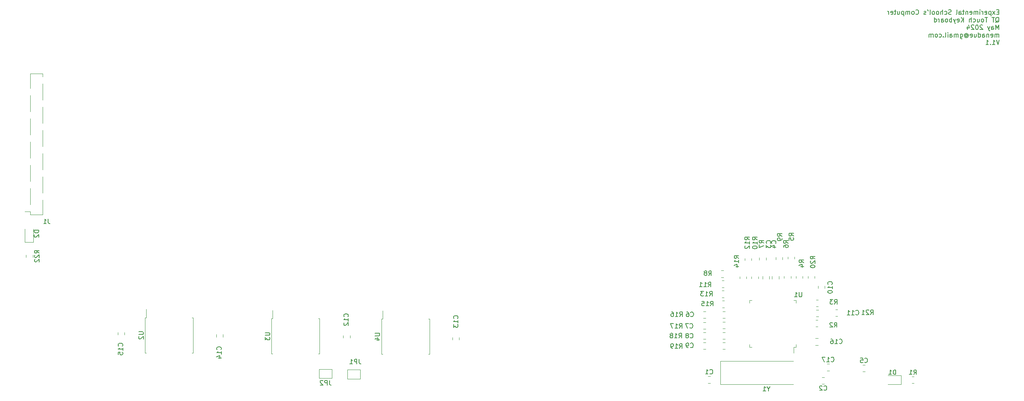
<source format=gbr>
G04 #@! TF.GenerationSoftware,KiCad,Pcbnew,5.1.5+dfsg1-2build2*
G04 #@! TF.CreationDate,2024-05-29T20:18:21+01:00*
G04 #@! TF.ProjectId,qt_touch1,71745f74-6f75-4636-9831-2e6b69636164,rev?*
G04 #@! TF.SameCoordinates,Original*
G04 #@! TF.FileFunction,Legend,Bot*
G04 #@! TF.FilePolarity,Positive*
%FSLAX46Y46*%
G04 Gerber Fmt 4.6, Leading zero omitted, Abs format (unit mm)*
G04 Created by KiCad (PCBNEW 5.1.5+dfsg1-2build2) date 2024-05-29 20:18:21*
%MOMM*%
%LPD*%
G04 APERTURE LIST*
%ADD10C,0.150000*%
%ADD11C,0.120000*%
G04 APERTURE END LIST*
D10*
X244739404Y-59853571D02*
X244406071Y-59853571D01*
X244263214Y-60377380D02*
X244739404Y-60377380D01*
X244739404Y-59377380D01*
X244263214Y-59377380D01*
X243929880Y-60377380D02*
X243406071Y-59710714D01*
X243929880Y-59710714D02*
X243406071Y-60377380D01*
X243025119Y-59710714D02*
X243025119Y-60710714D01*
X243025119Y-59758333D02*
X242929880Y-59710714D01*
X242739404Y-59710714D01*
X242644166Y-59758333D01*
X242596547Y-59805952D01*
X242548928Y-59901190D01*
X242548928Y-60186904D01*
X242596547Y-60282142D01*
X242644166Y-60329761D01*
X242739404Y-60377380D01*
X242929880Y-60377380D01*
X243025119Y-60329761D01*
X241739404Y-60329761D02*
X241834642Y-60377380D01*
X242025119Y-60377380D01*
X242120357Y-60329761D01*
X242167976Y-60234523D01*
X242167976Y-59853571D01*
X242120357Y-59758333D01*
X242025119Y-59710714D01*
X241834642Y-59710714D01*
X241739404Y-59758333D01*
X241691785Y-59853571D01*
X241691785Y-59948809D01*
X242167976Y-60044047D01*
X241263214Y-60377380D02*
X241263214Y-59710714D01*
X241263214Y-59901190D02*
X241215595Y-59805952D01*
X241167976Y-59758333D01*
X241072738Y-59710714D01*
X240977500Y-59710714D01*
X240644166Y-60377380D02*
X240644166Y-59710714D01*
X240644166Y-59377380D02*
X240691785Y-59425000D01*
X240644166Y-59472619D01*
X240596547Y-59425000D01*
X240644166Y-59377380D01*
X240644166Y-59472619D01*
X240167976Y-60377380D02*
X240167976Y-59710714D01*
X240167976Y-59805952D02*
X240120357Y-59758333D01*
X240025119Y-59710714D01*
X239882261Y-59710714D01*
X239787023Y-59758333D01*
X239739404Y-59853571D01*
X239739404Y-60377380D01*
X239739404Y-59853571D02*
X239691785Y-59758333D01*
X239596547Y-59710714D01*
X239453690Y-59710714D01*
X239358452Y-59758333D01*
X239310833Y-59853571D01*
X239310833Y-60377380D01*
X238453690Y-60329761D02*
X238548928Y-60377380D01*
X238739404Y-60377380D01*
X238834642Y-60329761D01*
X238882261Y-60234523D01*
X238882261Y-59853571D01*
X238834642Y-59758333D01*
X238739404Y-59710714D01*
X238548928Y-59710714D01*
X238453690Y-59758333D01*
X238406071Y-59853571D01*
X238406071Y-59948809D01*
X238882261Y-60044047D01*
X237977500Y-59710714D02*
X237977500Y-60377380D01*
X237977500Y-59805952D02*
X237929880Y-59758333D01*
X237834642Y-59710714D01*
X237691785Y-59710714D01*
X237596547Y-59758333D01*
X237548928Y-59853571D01*
X237548928Y-60377380D01*
X237215595Y-59710714D02*
X236834642Y-59710714D01*
X237072738Y-59377380D02*
X237072738Y-60234523D01*
X237025119Y-60329761D01*
X236929880Y-60377380D01*
X236834642Y-60377380D01*
X236072738Y-60377380D02*
X236072738Y-59853571D01*
X236120357Y-59758333D01*
X236215595Y-59710714D01*
X236406071Y-59710714D01*
X236501309Y-59758333D01*
X236072738Y-60329761D02*
X236167976Y-60377380D01*
X236406071Y-60377380D01*
X236501309Y-60329761D01*
X236548928Y-60234523D01*
X236548928Y-60139285D01*
X236501309Y-60044047D01*
X236406071Y-59996428D01*
X236167976Y-59996428D01*
X236072738Y-59948809D01*
X235453690Y-60377380D02*
X235548928Y-60329761D01*
X235596547Y-60234523D01*
X235596547Y-59377380D01*
X234358452Y-60329761D02*
X234215595Y-60377380D01*
X233977500Y-60377380D01*
X233882261Y-60329761D01*
X233834642Y-60282142D01*
X233787023Y-60186904D01*
X233787023Y-60091666D01*
X233834642Y-59996428D01*
X233882261Y-59948809D01*
X233977500Y-59901190D01*
X234167976Y-59853571D01*
X234263214Y-59805952D01*
X234310833Y-59758333D01*
X234358452Y-59663095D01*
X234358452Y-59567857D01*
X234310833Y-59472619D01*
X234263214Y-59425000D01*
X234167976Y-59377380D01*
X233929880Y-59377380D01*
X233787023Y-59425000D01*
X232929880Y-60329761D02*
X233025119Y-60377380D01*
X233215595Y-60377380D01*
X233310833Y-60329761D01*
X233358452Y-60282142D01*
X233406071Y-60186904D01*
X233406071Y-59901190D01*
X233358452Y-59805952D01*
X233310833Y-59758333D01*
X233215595Y-59710714D01*
X233025119Y-59710714D01*
X232929880Y-59758333D01*
X232501309Y-60377380D02*
X232501309Y-59377380D01*
X232072738Y-60377380D02*
X232072738Y-59853571D01*
X232120357Y-59758333D01*
X232215595Y-59710714D01*
X232358452Y-59710714D01*
X232453690Y-59758333D01*
X232501309Y-59805952D01*
X231453690Y-60377380D02*
X231548928Y-60329761D01*
X231596547Y-60282142D01*
X231644166Y-60186904D01*
X231644166Y-59901190D01*
X231596547Y-59805952D01*
X231548928Y-59758333D01*
X231453690Y-59710714D01*
X231310833Y-59710714D01*
X231215595Y-59758333D01*
X231167976Y-59805952D01*
X231120357Y-59901190D01*
X231120357Y-60186904D01*
X231167976Y-60282142D01*
X231215595Y-60329761D01*
X231310833Y-60377380D01*
X231453690Y-60377380D01*
X230548928Y-60377380D02*
X230644166Y-60329761D01*
X230691785Y-60282142D01*
X230739404Y-60186904D01*
X230739404Y-59901190D01*
X230691785Y-59805952D01*
X230644166Y-59758333D01*
X230548928Y-59710714D01*
X230406071Y-59710714D01*
X230310833Y-59758333D01*
X230263214Y-59805952D01*
X230215595Y-59901190D01*
X230215595Y-60186904D01*
X230263214Y-60282142D01*
X230310833Y-60329761D01*
X230406071Y-60377380D01*
X230548928Y-60377380D01*
X229644166Y-60377380D02*
X229739404Y-60329761D01*
X229787023Y-60234523D01*
X229787023Y-59377380D01*
X229215595Y-59377380D02*
X229310833Y-59567857D01*
X228834642Y-60329761D02*
X228739404Y-60377380D01*
X228548928Y-60377380D01*
X228453690Y-60329761D01*
X228406071Y-60234523D01*
X228406071Y-60186904D01*
X228453690Y-60091666D01*
X228548928Y-60044047D01*
X228691785Y-60044047D01*
X228787023Y-59996428D01*
X228834642Y-59901190D01*
X228834642Y-59853571D01*
X228787023Y-59758333D01*
X228691785Y-59710714D01*
X228548928Y-59710714D01*
X228453690Y-59758333D01*
X226644166Y-60282142D02*
X226691785Y-60329761D01*
X226834642Y-60377380D01*
X226929880Y-60377380D01*
X227072738Y-60329761D01*
X227167976Y-60234523D01*
X227215595Y-60139285D01*
X227263214Y-59948809D01*
X227263214Y-59805952D01*
X227215595Y-59615476D01*
X227167976Y-59520238D01*
X227072738Y-59425000D01*
X226929880Y-59377380D01*
X226834642Y-59377380D01*
X226691785Y-59425000D01*
X226644166Y-59472619D01*
X226072738Y-60377380D02*
X226167976Y-60329761D01*
X226215595Y-60282142D01*
X226263214Y-60186904D01*
X226263214Y-59901190D01*
X226215595Y-59805952D01*
X226167976Y-59758333D01*
X226072738Y-59710714D01*
X225929880Y-59710714D01*
X225834642Y-59758333D01*
X225787023Y-59805952D01*
X225739404Y-59901190D01*
X225739404Y-60186904D01*
X225787023Y-60282142D01*
X225834642Y-60329761D01*
X225929880Y-60377380D01*
X226072738Y-60377380D01*
X225310833Y-60377380D02*
X225310833Y-59710714D01*
X225310833Y-59805952D02*
X225263214Y-59758333D01*
X225167976Y-59710714D01*
X225025119Y-59710714D01*
X224929880Y-59758333D01*
X224882261Y-59853571D01*
X224882261Y-60377380D01*
X224882261Y-59853571D02*
X224834642Y-59758333D01*
X224739404Y-59710714D01*
X224596547Y-59710714D01*
X224501309Y-59758333D01*
X224453690Y-59853571D01*
X224453690Y-60377380D01*
X223977500Y-59710714D02*
X223977500Y-60710714D01*
X223977500Y-59758333D02*
X223882261Y-59710714D01*
X223691785Y-59710714D01*
X223596547Y-59758333D01*
X223548928Y-59805952D01*
X223501309Y-59901190D01*
X223501309Y-60186904D01*
X223548928Y-60282142D01*
X223596547Y-60329761D01*
X223691785Y-60377380D01*
X223882261Y-60377380D01*
X223977500Y-60329761D01*
X222644166Y-59710714D02*
X222644166Y-60377380D01*
X223072738Y-59710714D02*
X223072738Y-60234523D01*
X223025119Y-60329761D01*
X222929880Y-60377380D01*
X222787023Y-60377380D01*
X222691785Y-60329761D01*
X222644166Y-60282142D01*
X222310833Y-59710714D02*
X221929880Y-59710714D01*
X222167976Y-59377380D02*
X222167976Y-60234523D01*
X222120357Y-60329761D01*
X222025119Y-60377380D01*
X221929880Y-60377380D01*
X221215595Y-60329761D02*
X221310833Y-60377380D01*
X221501309Y-60377380D01*
X221596547Y-60329761D01*
X221644166Y-60234523D01*
X221644166Y-59853571D01*
X221596547Y-59758333D01*
X221501309Y-59710714D01*
X221310833Y-59710714D01*
X221215595Y-59758333D01*
X221167976Y-59853571D01*
X221167976Y-59948809D01*
X221644166Y-60044047D01*
X220739404Y-60377380D02*
X220739404Y-59710714D01*
X220739404Y-59901190D02*
X220691785Y-59805952D01*
X220644166Y-59758333D01*
X220548928Y-59710714D01*
X220453690Y-59710714D01*
X244072738Y-62122619D02*
X244167976Y-62075000D01*
X244263214Y-61979761D01*
X244406071Y-61836904D01*
X244501309Y-61789285D01*
X244596547Y-61789285D01*
X244548928Y-62027380D02*
X244644166Y-61979761D01*
X244739404Y-61884523D01*
X244787023Y-61694047D01*
X244787023Y-61360714D01*
X244739404Y-61170238D01*
X244644166Y-61075000D01*
X244548928Y-61027380D01*
X244358452Y-61027380D01*
X244263214Y-61075000D01*
X244167976Y-61170238D01*
X244120357Y-61360714D01*
X244120357Y-61694047D01*
X244167976Y-61884523D01*
X244263214Y-61979761D01*
X244358452Y-62027380D01*
X244548928Y-62027380D01*
X243834642Y-61027380D02*
X243263214Y-61027380D01*
X243548928Y-62027380D02*
X243548928Y-61027380D01*
X242310833Y-61027380D02*
X241739404Y-61027380D01*
X242025119Y-62027380D02*
X242025119Y-61027380D01*
X241263214Y-62027380D02*
X241358452Y-61979761D01*
X241406071Y-61932142D01*
X241453690Y-61836904D01*
X241453690Y-61551190D01*
X241406071Y-61455952D01*
X241358452Y-61408333D01*
X241263214Y-61360714D01*
X241120357Y-61360714D01*
X241025119Y-61408333D01*
X240977500Y-61455952D01*
X240929880Y-61551190D01*
X240929880Y-61836904D01*
X240977500Y-61932142D01*
X241025119Y-61979761D01*
X241120357Y-62027380D01*
X241263214Y-62027380D01*
X240072738Y-61360714D02*
X240072738Y-62027380D01*
X240501309Y-61360714D02*
X240501309Y-61884523D01*
X240453690Y-61979761D01*
X240358452Y-62027380D01*
X240215595Y-62027380D01*
X240120357Y-61979761D01*
X240072738Y-61932142D01*
X239167976Y-61979761D02*
X239263214Y-62027380D01*
X239453690Y-62027380D01*
X239548928Y-61979761D01*
X239596547Y-61932142D01*
X239644166Y-61836904D01*
X239644166Y-61551190D01*
X239596547Y-61455952D01*
X239548928Y-61408333D01*
X239453690Y-61360714D01*
X239263214Y-61360714D01*
X239167976Y-61408333D01*
X238739404Y-62027380D02*
X238739404Y-61027380D01*
X238310833Y-62027380D02*
X238310833Y-61503571D01*
X238358452Y-61408333D01*
X238453690Y-61360714D01*
X238596547Y-61360714D01*
X238691785Y-61408333D01*
X238739404Y-61455952D01*
X237072738Y-62027380D02*
X237072738Y-61027380D01*
X236501309Y-62027380D02*
X236929880Y-61455952D01*
X236501309Y-61027380D02*
X237072738Y-61598809D01*
X235691785Y-61979761D02*
X235787023Y-62027380D01*
X235977500Y-62027380D01*
X236072738Y-61979761D01*
X236120357Y-61884523D01*
X236120357Y-61503571D01*
X236072738Y-61408333D01*
X235977500Y-61360714D01*
X235787023Y-61360714D01*
X235691785Y-61408333D01*
X235644166Y-61503571D01*
X235644166Y-61598809D01*
X236120357Y-61694047D01*
X235310833Y-61360714D02*
X235072738Y-62027380D01*
X234834642Y-61360714D02*
X235072738Y-62027380D01*
X235167976Y-62265476D01*
X235215595Y-62313095D01*
X235310833Y-62360714D01*
X234453690Y-62027380D02*
X234453690Y-61027380D01*
X234453690Y-61408333D02*
X234358452Y-61360714D01*
X234167976Y-61360714D01*
X234072738Y-61408333D01*
X234025119Y-61455952D01*
X233977500Y-61551190D01*
X233977500Y-61836904D01*
X234025119Y-61932142D01*
X234072738Y-61979761D01*
X234167976Y-62027380D01*
X234358452Y-62027380D01*
X234453690Y-61979761D01*
X233406071Y-62027380D02*
X233501309Y-61979761D01*
X233548928Y-61932142D01*
X233596547Y-61836904D01*
X233596547Y-61551190D01*
X233548928Y-61455952D01*
X233501309Y-61408333D01*
X233406071Y-61360714D01*
X233263214Y-61360714D01*
X233167976Y-61408333D01*
X233120357Y-61455952D01*
X233072738Y-61551190D01*
X233072738Y-61836904D01*
X233120357Y-61932142D01*
X233167976Y-61979761D01*
X233263214Y-62027380D01*
X233406071Y-62027380D01*
X232215595Y-62027380D02*
X232215595Y-61503571D01*
X232263214Y-61408333D01*
X232358452Y-61360714D01*
X232548928Y-61360714D01*
X232644166Y-61408333D01*
X232215595Y-61979761D02*
X232310833Y-62027380D01*
X232548928Y-62027380D01*
X232644166Y-61979761D01*
X232691785Y-61884523D01*
X232691785Y-61789285D01*
X232644166Y-61694047D01*
X232548928Y-61646428D01*
X232310833Y-61646428D01*
X232215595Y-61598809D01*
X231739404Y-62027380D02*
X231739404Y-61360714D01*
X231739404Y-61551190D02*
X231691785Y-61455952D01*
X231644166Y-61408333D01*
X231548928Y-61360714D01*
X231453690Y-61360714D01*
X230691785Y-62027380D02*
X230691785Y-61027380D01*
X230691785Y-61979761D02*
X230787023Y-62027380D01*
X230977500Y-62027380D01*
X231072738Y-61979761D01*
X231120357Y-61932142D01*
X231167976Y-61836904D01*
X231167976Y-61551190D01*
X231120357Y-61455952D01*
X231072738Y-61408333D01*
X230977500Y-61360714D01*
X230787023Y-61360714D01*
X230691785Y-61408333D01*
X244739404Y-63677380D02*
X244739404Y-62677380D01*
X244406071Y-63391666D01*
X244072738Y-62677380D01*
X244072738Y-63677380D01*
X243167976Y-63677380D02*
X243167976Y-63153571D01*
X243215595Y-63058333D01*
X243310833Y-63010714D01*
X243501309Y-63010714D01*
X243596547Y-63058333D01*
X243167976Y-63629761D02*
X243263214Y-63677380D01*
X243501309Y-63677380D01*
X243596547Y-63629761D01*
X243644166Y-63534523D01*
X243644166Y-63439285D01*
X243596547Y-63344047D01*
X243501309Y-63296428D01*
X243263214Y-63296428D01*
X243167976Y-63248809D01*
X242787023Y-63010714D02*
X242548928Y-63677380D01*
X242310833Y-63010714D02*
X242548928Y-63677380D01*
X242644166Y-63915476D01*
X242691785Y-63963095D01*
X242787023Y-64010714D01*
X241215595Y-62772619D02*
X241167976Y-62725000D01*
X241072738Y-62677380D01*
X240834642Y-62677380D01*
X240739404Y-62725000D01*
X240691785Y-62772619D01*
X240644166Y-62867857D01*
X240644166Y-62963095D01*
X240691785Y-63105952D01*
X241263214Y-63677380D01*
X240644166Y-63677380D01*
X240025119Y-62677380D02*
X239929880Y-62677380D01*
X239834642Y-62725000D01*
X239787023Y-62772619D01*
X239739404Y-62867857D01*
X239691785Y-63058333D01*
X239691785Y-63296428D01*
X239739404Y-63486904D01*
X239787023Y-63582142D01*
X239834642Y-63629761D01*
X239929880Y-63677380D01*
X240025119Y-63677380D01*
X240120357Y-63629761D01*
X240167976Y-63582142D01*
X240215595Y-63486904D01*
X240263214Y-63296428D01*
X240263214Y-63058333D01*
X240215595Y-62867857D01*
X240167976Y-62772619D01*
X240120357Y-62725000D01*
X240025119Y-62677380D01*
X239310833Y-62772619D02*
X239263214Y-62725000D01*
X239167976Y-62677380D01*
X238929880Y-62677380D01*
X238834642Y-62725000D01*
X238787023Y-62772619D01*
X238739404Y-62867857D01*
X238739404Y-62963095D01*
X238787023Y-63105952D01*
X239358452Y-63677380D01*
X238739404Y-63677380D01*
X237882261Y-63010714D02*
X237882261Y-63677380D01*
X238120357Y-62629761D02*
X238358452Y-63344047D01*
X237739404Y-63344047D01*
X244739404Y-65327380D02*
X244739404Y-64660714D01*
X244739404Y-64755952D02*
X244691785Y-64708333D01*
X244596547Y-64660714D01*
X244453690Y-64660714D01*
X244358452Y-64708333D01*
X244310833Y-64803571D01*
X244310833Y-65327380D01*
X244310833Y-64803571D02*
X244263214Y-64708333D01*
X244167976Y-64660714D01*
X244025119Y-64660714D01*
X243929880Y-64708333D01*
X243882261Y-64803571D01*
X243882261Y-65327380D01*
X243025119Y-65279761D02*
X243120357Y-65327380D01*
X243310833Y-65327380D01*
X243406071Y-65279761D01*
X243453690Y-65184523D01*
X243453690Y-64803571D01*
X243406071Y-64708333D01*
X243310833Y-64660714D01*
X243120357Y-64660714D01*
X243025119Y-64708333D01*
X242977500Y-64803571D01*
X242977500Y-64898809D01*
X243453690Y-64994047D01*
X242548928Y-64660714D02*
X242548928Y-65327380D01*
X242548928Y-64755952D02*
X242501309Y-64708333D01*
X242406071Y-64660714D01*
X242263214Y-64660714D01*
X242167976Y-64708333D01*
X242120357Y-64803571D01*
X242120357Y-65327380D01*
X241215595Y-65327380D02*
X241215595Y-64803571D01*
X241263214Y-64708333D01*
X241358452Y-64660714D01*
X241548928Y-64660714D01*
X241644166Y-64708333D01*
X241215595Y-65279761D02*
X241310833Y-65327380D01*
X241548928Y-65327380D01*
X241644166Y-65279761D01*
X241691785Y-65184523D01*
X241691785Y-65089285D01*
X241644166Y-64994047D01*
X241548928Y-64946428D01*
X241310833Y-64946428D01*
X241215595Y-64898809D01*
X240310833Y-65327380D02*
X240310833Y-64327380D01*
X240310833Y-65279761D02*
X240406071Y-65327380D01*
X240596547Y-65327380D01*
X240691785Y-65279761D01*
X240739404Y-65232142D01*
X240787023Y-65136904D01*
X240787023Y-64851190D01*
X240739404Y-64755952D01*
X240691785Y-64708333D01*
X240596547Y-64660714D01*
X240406071Y-64660714D01*
X240310833Y-64708333D01*
X239406071Y-64660714D02*
X239406071Y-65327380D01*
X239834642Y-64660714D02*
X239834642Y-65184523D01*
X239787023Y-65279761D01*
X239691785Y-65327380D01*
X239548928Y-65327380D01*
X239453690Y-65279761D01*
X239406071Y-65232142D01*
X238548928Y-65279761D02*
X238644166Y-65327380D01*
X238834642Y-65327380D01*
X238929880Y-65279761D01*
X238977500Y-65184523D01*
X238977500Y-64803571D01*
X238929880Y-64708333D01*
X238834642Y-64660714D01*
X238644166Y-64660714D01*
X238548928Y-64708333D01*
X238501309Y-64803571D01*
X238501309Y-64898809D01*
X238977500Y-64994047D01*
X237453690Y-64851190D02*
X237501309Y-64803571D01*
X237596547Y-64755952D01*
X237691785Y-64755952D01*
X237787023Y-64803571D01*
X237834642Y-64851190D01*
X237882261Y-64946428D01*
X237882261Y-65041666D01*
X237834642Y-65136904D01*
X237787023Y-65184523D01*
X237691785Y-65232142D01*
X237596547Y-65232142D01*
X237501309Y-65184523D01*
X237453690Y-65136904D01*
X237453690Y-64755952D02*
X237453690Y-65136904D01*
X237406071Y-65184523D01*
X237358452Y-65184523D01*
X237263214Y-65136904D01*
X237215595Y-65041666D01*
X237215595Y-64803571D01*
X237310833Y-64660714D01*
X237453690Y-64565476D01*
X237644166Y-64517857D01*
X237834642Y-64565476D01*
X237977500Y-64660714D01*
X238072738Y-64803571D01*
X238120357Y-64994047D01*
X238072738Y-65184523D01*
X237977500Y-65327380D01*
X237834642Y-65422619D01*
X237644166Y-65470238D01*
X237453690Y-65422619D01*
X237310833Y-65327380D01*
X236358452Y-64660714D02*
X236358452Y-65470238D01*
X236406071Y-65565476D01*
X236453690Y-65613095D01*
X236548928Y-65660714D01*
X236691785Y-65660714D01*
X236787023Y-65613095D01*
X236358452Y-65279761D02*
X236453690Y-65327380D01*
X236644166Y-65327380D01*
X236739404Y-65279761D01*
X236787023Y-65232142D01*
X236834642Y-65136904D01*
X236834642Y-64851190D01*
X236787023Y-64755952D01*
X236739404Y-64708333D01*
X236644166Y-64660714D01*
X236453690Y-64660714D01*
X236358452Y-64708333D01*
X235882261Y-65327380D02*
X235882261Y-64660714D01*
X235882261Y-64755952D02*
X235834642Y-64708333D01*
X235739404Y-64660714D01*
X235596547Y-64660714D01*
X235501309Y-64708333D01*
X235453690Y-64803571D01*
X235453690Y-65327380D01*
X235453690Y-64803571D02*
X235406071Y-64708333D01*
X235310833Y-64660714D01*
X235167976Y-64660714D01*
X235072738Y-64708333D01*
X235025119Y-64803571D01*
X235025119Y-65327380D01*
X234120357Y-65327380D02*
X234120357Y-64803571D01*
X234167976Y-64708333D01*
X234263214Y-64660714D01*
X234453690Y-64660714D01*
X234548928Y-64708333D01*
X234120357Y-65279761D02*
X234215595Y-65327380D01*
X234453690Y-65327380D01*
X234548928Y-65279761D01*
X234596547Y-65184523D01*
X234596547Y-65089285D01*
X234548928Y-64994047D01*
X234453690Y-64946428D01*
X234215595Y-64946428D01*
X234120357Y-64898809D01*
X233644166Y-65327380D02*
X233644166Y-64660714D01*
X233644166Y-64327380D02*
X233691785Y-64375000D01*
X233644166Y-64422619D01*
X233596547Y-64375000D01*
X233644166Y-64327380D01*
X233644166Y-64422619D01*
X233025119Y-65327380D02*
X233120357Y-65279761D01*
X233167976Y-65184523D01*
X233167976Y-64327380D01*
X232644166Y-65232142D02*
X232596547Y-65279761D01*
X232644166Y-65327380D01*
X232691785Y-65279761D01*
X232644166Y-65232142D01*
X232644166Y-65327380D01*
X231739404Y-65279761D02*
X231834642Y-65327380D01*
X232025119Y-65327380D01*
X232120357Y-65279761D01*
X232167976Y-65232142D01*
X232215595Y-65136904D01*
X232215595Y-64851190D01*
X232167976Y-64755952D01*
X232120357Y-64708333D01*
X232025119Y-64660714D01*
X231834642Y-64660714D01*
X231739404Y-64708333D01*
X231167976Y-65327380D02*
X231263214Y-65279761D01*
X231310833Y-65232142D01*
X231358452Y-65136904D01*
X231358452Y-64851190D01*
X231310833Y-64755952D01*
X231263214Y-64708333D01*
X231167976Y-64660714D01*
X231025119Y-64660714D01*
X230929880Y-64708333D01*
X230882261Y-64755952D01*
X230834642Y-64851190D01*
X230834642Y-65136904D01*
X230882261Y-65232142D01*
X230929880Y-65279761D01*
X231025119Y-65327380D01*
X231167976Y-65327380D01*
X230406071Y-65327380D02*
X230406071Y-64660714D01*
X230406071Y-64755952D02*
X230358452Y-64708333D01*
X230263214Y-64660714D01*
X230120357Y-64660714D01*
X230025119Y-64708333D01*
X229977500Y-64803571D01*
X229977500Y-65327380D01*
X229977500Y-64803571D02*
X229929880Y-64708333D01*
X229834642Y-64660714D01*
X229691785Y-64660714D01*
X229596547Y-64708333D01*
X229548928Y-64803571D01*
X229548928Y-65327380D01*
X244882261Y-65977380D02*
X244548928Y-66977380D01*
X244215595Y-65977380D01*
X243358452Y-66977380D02*
X243929880Y-66977380D01*
X243644166Y-66977380D02*
X243644166Y-65977380D01*
X243739404Y-66120238D01*
X243834642Y-66215476D01*
X243929880Y-66263095D01*
X242929880Y-66882142D02*
X242882261Y-66929761D01*
X242929880Y-66977380D01*
X242977500Y-66929761D01*
X242929880Y-66882142D01*
X242929880Y-66977380D01*
X241929880Y-66977380D02*
X242501309Y-66977380D01*
X242215595Y-66977380D02*
X242215595Y-65977380D01*
X242310833Y-66120238D01*
X242406071Y-66215476D01*
X242501309Y-66263095D01*
D11*
X110195000Y-126940000D02*
X110195000Y-125125000D01*
X109940000Y-126940000D02*
X110195000Y-126940000D01*
X109940000Y-130800000D02*
X109940000Y-126940000D01*
X109940000Y-134660000D02*
X110195000Y-134660000D01*
X109940000Y-130800000D02*
X109940000Y-134660000D01*
X120460000Y-126940000D02*
X120205000Y-126940000D01*
X120460000Y-130800000D02*
X120460000Y-126940000D01*
X120460000Y-134660000D02*
X120205000Y-134660000D01*
X120460000Y-130800000D02*
X120460000Y-134660000D01*
X86195000Y-126840000D02*
X86195000Y-125025000D01*
X85940000Y-126840000D02*
X86195000Y-126840000D01*
X85940000Y-130700000D02*
X85940000Y-126840000D01*
X85940000Y-134560000D02*
X86195000Y-134560000D01*
X85940000Y-130700000D02*
X85940000Y-134560000D01*
X96460000Y-126840000D02*
X96205000Y-126840000D01*
X96460000Y-130700000D02*
X96460000Y-126840000D01*
X96460000Y-134560000D02*
X96205000Y-134560000D01*
X96460000Y-130700000D02*
X96460000Y-134560000D01*
X58595000Y-126640000D02*
X58595000Y-124825000D01*
X58340000Y-126640000D02*
X58595000Y-126640000D01*
X58340000Y-130500000D02*
X58340000Y-126640000D01*
X58340000Y-134360000D02*
X58595000Y-134360000D01*
X58340000Y-130500000D02*
X58340000Y-134360000D01*
X68860000Y-126640000D02*
X68605000Y-126640000D01*
X68860000Y-130500000D02*
X68860000Y-126640000D01*
X68860000Y-134360000D02*
X68605000Y-134360000D01*
X68860000Y-130500000D02*
X68860000Y-134360000D01*
X96300000Y-139900000D02*
X99100000Y-139900000D01*
X99100000Y-139900000D02*
X99100000Y-137900000D01*
X99100000Y-137900000D02*
X96300000Y-137900000D01*
X96300000Y-137900000D02*
X96300000Y-139900000D01*
X102500000Y-140000000D02*
X105300000Y-140000000D01*
X105300000Y-140000000D02*
X105300000Y-138000000D01*
X105300000Y-138000000D02*
X102500000Y-138000000D01*
X102500000Y-138000000D02*
X102500000Y-140000000D01*
X32365000Y-113427064D02*
X32365000Y-112972936D01*
X33835000Y-113427064D02*
X33835000Y-112972936D01*
X32040000Y-110160000D02*
X32040000Y-107300000D01*
X33960000Y-110160000D02*
X32040000Y-110160000D01*
X33960000Y-107300000D02*
X33960000Y-110160000D01*
X223385000Y-141210000D02*
X220525000Y-141210000D01*
X223385000Y-139290000D02*
X223385000Y-141210000D01*
X220525000Y-139290000D02*
X223385000Y-139290000D01*
X207761252Y-138235000D02*
X207238748Y-138235000D01*
X207761252Y-136765000D02*
X207238748Y-136765000D01*
X205261252Y-132635000D02*
X204738748Y-132635000D01*
X205261252Y-131165000D02*
X204738748Y-131165000D01*
X32060000Y-103430000D02*
X33270000Y-103430000D01*
X33270000Y-76510000D02*
X33270000Y-73300000D01*
X33270000Y-81590000D02*
X33270000Y-78030000D01*
X33270000Y-86670000D02*
X33270000Y-83110000D01*
X33270000Y-91750000D02*
X33270000Y-88190000D01*
X33270000Y-96830000D02*
X33270000Y-93270000D01*
X33270000Y-101910000D02*
X33270000Y-98350000D01*
X33270000Y-104100000D02*
X33270000Y-103430000D01*
X33270000Y-73300000D02*
X35930000Y-73300000D01*
X35930000Y-73970000D02*
X35930000Y-73300000D01*
X35930000Y-79050000D02*
X35930000Y-75490000D01*
X35930000Y-84130000D02*
X35930000Y-80570000D01*
X35930000Y-89210000D02*
X35930000Y-85650000D01*
X35930000Y-94290000D02*
X35930000Y-90730000D01*
X35930000Y-99370000D02*
X35930000Y-95810000D01*
X35930000Y-104100000D02*
X35930000Y-100890000D01*
X33270000Y-104100000D02*
X35930000Y-104100000D01*
X52365000Y-130361252D02*
X52365000Y-129838748D01*
X53835000Y-130361252D02*
X53835000Y-129838748D01*
X73865000Y-130861252D02*
X73865000Y-130338748D01*
X75335000Y-130861252D02*
X75335000Y-130338748D01*
X125440000Y-131511252D02*
X125440000Y-130988748D01*
X126910000Y-131511252D02*
X126910000Y-130988748D01*
X101615000Y-131086252D02*
X101615000Y-130563748D01*
X103085000Y-131086252D02*
X103085000Y-130563748D01*
X204838748Y-124965000D02*
X205361252Y-124965000D01*
X204838748Y-126435000D02*
X205361252Y-126435000D01*
X206735000Y-119738748D02*
X206735000Y-120261252D01*
X205265000Y-119738748D02*
X205265000Y-120261252D01*
X184961252Y-133535000D02*
X184438748Y-133535000D01*
X184961252Y-132065000D02*
X184438748Y-132065000D01*
X184961252Y-131335000D02*
X184438748Y-131335000D01*
X184961252Y-129865000D02*
X184438748Y-129865000D01*
X184961252Y-129035000D02*
X184438748Y-129035000D01*
X184961252Y-127565000D02*
X184438748Y-127565000D01*
X184961252Y-126735000D02*
X184438748Y-126735000D01*
X184961252Y-125265000D02*
X184438748Y-125265000D01*
X215561252Y-138435000D02*
X215038748Y-138435000D01*
X215561252Y-136965000D02*
X215038748Y-136965000D01*
X195265000Y-118161252D02*
X195265000Y-117638748D01*
X196735000Y-118161252D02*
X196735000Y-117638748D01*
X193165000Y-118161252D02*
X193165000Y-117638748D01*
X194635000Y-118161252D02*
X194635000Y-117638748D01*
X206138748Y-139665000D02*
X206661252Y-139665000D01*
X206138748Y-141135000D02*
X206661252Y-141135000D01*
X181761252Y-140935000D02*
X181238748Y-140935000D01*
X181761252Y-139465000D02*
X181238748Y-139465000D01*
X183925000Y-136150000D02*
X199900000Y-136150000D01*
X183925000Y-141250000D02*
X183925000Y-136150000D01*
X199900000Y-141250000D02*
X183925000Y-141250000D01*
X199935000Y-133110000D02*
X199935000Y-134400000D01*
X200510000Y-133110000D02*
X199935000Y-133110000D01*
X200510000Y-132535000D02*
X200510000Y-133110000D01*
X200510000Y-122890000D02*
X199935000Y-122890000D01*
X200510000Y-123465000D02*
X200510000Y-122890000D01*
X190290000Y-133110000D02*
X190865000Y-133110000D01*
X190290000Y-132535000D02*
X190290000Y-133110000D01*
X190290000Y-122890000D02*
X190865000Y-122890000D01*
X190290000Y-123465000D02*
X190290000Y-122890000D01*
X209072936Y-124865000D02*
X209527064Y-124865000D01*
X209072936Y-126335000D02*
X209527064Y-126335000D01*
X203065000Y-118027064D02*
X203065000Y-117572936D01*
X204535000Y-118027064D02*
X204535000Y-117572936D01*
X180727064Y-133535000D02*
X180272936Y-133535000D01*
X180727064Y-132065000D02*
X180272936Y-132065000D01*
X180727064Y-131335000D02*
X180272936Y-131335000D01*
X180727064Y-129865000D02*
X180272936Y-129865000D01*
X180727064Y-129135000D02*
X180272936Y-129135000D01*
X180727064Y-127665000D02*
X180272936Y-127665000D01*
X180727064Y-126735000D02*
X180272936Y-126735000D01*
X180727064Y-125265000D02*
X180272936Y-125265000D01*
X184827064Y-124435000D02*
X184372936Y-124435000D01*
X184827064Y-122965000D02*
X184372936Y-122965000D01*
X188165000Y-118127064D02*
X188165000Y-117672936D01*
X189635000Y-118127064D02*
X189635000Y-117672936D01*
X184727064Y-122235000D02*
X184272936Y-122235000D01*
X184727064Y-120765000D02*
X184272936Y-120765000D01*
X189265000Y-114127064D02*
X189265000Y-113672936D01*
X190735000Y-114127064D02*
X190735000Y-113672936D01*
X184727064Y-120035000D02*
X184272936Y-120035000D01*
X184727064Y-118565000D02*
X184272936Y-118565000D01*
X190765000Y-118127064D02*
X190765000Y-117672936D01*
X192235000Y-118127064D02*
X192235000Y-117672936D01*
X196065000Y-113927064D02*
X196065000Y-113472936D01*
X197535000Y-113927064D02*
X197535000Y-113472936D01*
X184627064Y-117835000D02*
X184172936Y-117835000D01*
X184627064Y-116365000D02*
X184172936Y-116365000D01*
X192465000Y-114027064D02*
X192465000Y-113572936D01*
X193935000Y-114027064D02*
X193935000Y-113572936D01*
X197865000Y-118027064D02*
X197865000Y-117572936D01*
X199335000Y-118027064D02*
X199335000Y-117572936D01*
X198665000Y-113827064D02*
X198665000Y-113372936D01*
X200135000Y-113827064D02*
X200135000Y-113372936D01*
X200465000Y-118027064D02*
X200465000Y-117572936D01*
X201935000Y-118027064D02*
X201935000Y-117572936D01*
X204872936Y-122765000D02*
X205327064Y-122765000D01*
X204872936Y-124235000D02*
X205327064Y-124235000D01*
X204772936Y-127165000D02*
X205227064Y-127165000D01*
X204772936Y-128635000D02*
X205227064Y-128635000D01*
X226252064Y-140985000D02*
X225797936Y-140985000D01*
X226252064Y-139515000D02*
X225797936Y-139515000D01*
D10*
X108552380Y-130038095D02*
X109361904Y-130038095D01*
X109457142Y-130085714D01*
X109504761Y-130133333D01*
X109552380Y-130228571D01*
X109552380Y-130419047D01*
X109504761Y-130514285D01*
X109457142Y-130561904D01*
X109361904Y-130609523D01*
X108552380Y-130609523D01*
X108885714Y-131514285D02*
X109552380Y-131514285D01*
X108504761Y-131276190D02*
X109219047Y-131038095D01*
X109219047Y-131657142D01*
X84552380Y-129938095D02*
X85361904Y-129938095D01*
X85457142Y-129985714D01*
X85504761Y-130033333D01*
X85552380Y-130128571D01*
X85552380Y-130319047D01*
X85504761Y-130414285D01*
X85457142Y-130461904D01*
X85361904Y-130509523D01*
X84552380Y-130509523D01*
X84552380Y-130890476D02*
X84552380Y-131509523D01*
X84933333Y-131176190D01*
X84933333Y-131319047D01*
X84980952Y-131414285D01*
X85028571Y-131461904D01*
X85123809Y-131509523D01*
X85361904Y-131509523D01*
X85457142Y-131461904D01*
X85504761Y-131414285D01*
X85552380Y-131319047D01*
X85552380Y-131033333D01*
X85504761Y-130938095D01*
X85457142Y-130890476D01*
X56952380Y-129738095D02*
X57761904Y-129738095D01*
X57857142Y-129785714D01*
X57904761Y-129833333D01*
X57952380Y-129928571D01*
X57952380Y-130119047D01*
X57904761Y-130214285D01*
X57857142Y-130261904D01*
X57761904Y-130309523D01*
X56952380Y-130309523D01*
X57047619Y-130738095D02*
X57000000Y-130785714D01*
X56952380Y-130880952D01*
X56952380Y-131119047D01*
X57000000Y-131214285D01*
X57047619Y-131261904D01*
X57142857Y-131309523D01*
X57238095Y-131309523D01*
X57380952Y-131261904D01*
X57952380Y-130690476D01*
X57952380Y-131309523D01*
X98583333Y-140352380D02*
X98583333Y-141066666D01*
X98630952Y-141209523D01*
X98726190Y-141304761D01*
X98869047Y-141352380D01*
X98964285Y-141352380D01*
X98107142Y-141352380D02*
X98107142Y-140352380D01*
X97726190Y-140352380D01*
X97630952Y-140400000D01*
X97583333Y-140447619D01*
X97535714Y-140542857D01*
X97535714Y-140685714D01*
X97583333Y-140780952D01*
X97630952Y-140828571D01*
X97726190Y-140876190D01*
X98107142Y-140876190D01*
X97154761Y-140447619D02*
X97107142Y-140400000D01*
X97011904Y-140352380D01*
X96773809Y-140352380D01*
X96678571Y-140400000D01*
X96630952Y-140447619D01*
X96583333Y-140542857D01*
X96583333Y-140638095D01*
X96630952Y-140780952D01*
X97202380Y-141352380D01*
X96583333Y-141352380D01*
X105058333Y-135752380D02*
X105058333Y-136466666D01*
X105105952Y-136609523D01*
X105201190Y-136704761D01*
X105344047Y-136752380D01*
X105439285Y-136752380D01*
X104582142Y-136752380D02*
X104582142Y-135752380D01*
X104201190Y-135752380D01*
X104105952Y-135800000D01*
X104058333Y-135847619D01*
X104010714Y-135942857D01*
X104010714Y-136085714D01*
X104058333Y-136180952D01*
X104105952Y-136228571D01*
X104201190Y-136276190D01*
X104582142Y-136276190D01*
X103058333Y-136752380D02*
X103629761Y-136752380D01*
X103344047Y-136752380D02*
X103344047Y-135752380D01*
X103439285Y-135895238D01*
X103534523Y-135990476D01*
X103629761Y-136038095D01*
X35202380Y-112557142D02*
X34726190Y-112223809D01*
X35202380Y-111985714D02*
X34202380Y-111985714D01*
X34202380Y-112366666D01*
X34250000Y-112461904D01*
X34297619Y-112509523D01*
X34392857Y-112557142D01*
X34535714Y-112557142D01*
X34630952Y-112509523D01*
X34678571Y-112461904D01*
X34726190Y-112366666D01*
X34726190Y-111985714D01*
X34297619Y-112938095D02*
X34250000Y-112985714D01*
X34202380Y-113080952D01*
X34202380Y-113319047D01*
X34250000Y-113414285D01*
X34297619Y-113461904D01*
X34392857Y-113509523D01*
X34488095Y-113509523D01*
X34630952Y-113461904D01*
X35202380Y-112890476D01*
X35202380Y-113509523D01*
X34297619Y-113890476D02*
X34250000Y-113938095D01*
X34202380Y-114033333D01*
X34202380Y-114271428D01*
X34250000Y-114366666D01*
X34297619Y-114414285D01*
X34392857Y-114461904D01*
X34488095Y-114461904D01*
X34630952Y-114414285D01*
X35202380Y-113842857D01*
X35202380Y-114461904D01*
X35102380Y-107561904D02*
X34102380Y-107561904D01*
X34102380Y-107800000D01*
X34150000Y-107942857D01*
X34245238Y-108038095D01*
X34340476Y-108085714D01*
X34530952Y-108133333D01*
X34673809Y-108133333D01*
X34864285Y-108085714D01*
X34959523Y-108038095D01*
X35054761Y-107942857D01*
X35102380Y-107800000D01*
X35102380Y-107561904D01*
X34197619Y-108514285D02*
X34150000Y-108561904D01*
X34102380Y-108657142D01*
X34102380Y-108895238D01*
X34150000Y-108990476D01*
X34197619Y-109038095D01*
X34292857Y-109085714D01*
X34388095Y-109085714D01*
X34530952Y-109038095D01*
X35102380Y-108466666D01*
X35102380Y-109085714D01*
X222263095Y-139052380D02*
X222263095Y-138052380D01*
X222025000Y-138052380D01*
X221882142Y-138100000D01*
X221786904Y-138195238D01*
X221739285Y-138290476D01*
X221691666Y-138480952D01*
X221691666Y-138623809D01*
X221739285Y-138814285D01*
X221786904Y-138909523D01*
X221882142Y-139004761D01*
X222025000Y-139052380D01*
X222263095Y-139052380D01*
X220739285Y-139052380D02*
X221310714Y-139052380D01*
X221025000Y-139052380D02*
X221025000Y-138052380D01*
X221120238Y-138195238D01*
X221215476Y-138290476D01*
X221310714Y-138338095D01*
X208142857Y-136177142D02*
X208190476Y-136224761D01*
X208333333Y-136272380D01*
X208428571Y-136272380D01*
X208571428Y-136224761D01*
X208666666Y-136129523D01*
X208714285Y-136034285D01*
X208761904Y-135843809D01*
X208761904Y-135700952D01*
X208714285Y-135510476D01*
X208666666Y-135415238D01*
X208571428Y-135320000D01*
X208428571Y-135272380D01*
X208333333Y-135272380D01*
X208190476Y-135320000D01*
X208142857Y-135367619D01*
X207190476Y-136272380D02*
X207761904Y-136272380D01*
X207476190Y-136272380D02*
X207476190Y-135272380D01*
X207571428Y-135415238D01*
X207666666Y-135510476D01*
X207761904Y-135558095D01*
X206857142Y-135272380D02*
X206190476Y-135272380D01*
X206619047Y-136272380D01*
X209917857Y-132232142D02*
X209965476Y-132279761D01*
X210108333Y-132327380D01*
X210203571Y-132327380D01*
X210346428Y-132279761D01*
X210441666Y-132184523D01*
X210489285Y-132089285D01*
X210536904Y-131898809D01*
X210536904Y-131755952D01*
X210489285Y-131565476D01*
X210441666Y-131470238D01*
X210346428Y-131375000D01*
X210203571Y-131327380D01*
X210108333Y-131327380D01*
X209965476Y-131375000D01*
X209917857Y-131422619D01*
X208965476Y-132327380D02*
X209536904Y-132327380D01*
X209251190Y-132327380D02*
X209251190Y-131327380D01*
X209346428Y-131470238D01*
X209441666Y-131565476D01*
X209536904Y-131613095D01*
X208108333Y-131327380D02*
X208298809Y-131327380D01*
X208394047Y-131375000D01*
X208441666Y-131422619D01*
X208536904Y-131565476D01*
X208584523Y-131755952D01*
X208584523Y-132136904D01*
X208536904Y-132232142D01*
X208489285Y-132279761D01*
X208394047Y-132327380D01*
X208203571Y-132327380D01*
X208108333Y-132279761D01*
X208060714Y-132232142D01*
X208013095Y-132136904D01*
X208013095Y-131898809D01*
X208060714Y-131803571D01*
X208108333Y-131755952D01*
X208203571Y-131708333D01*
X208394047Y-131708333D01*
X208489285Y-131755952D01*
X208536904Y-131803571D01*
X208584523Y-131898809D01*
X37183333Y-105102380D02*
X37183333Y-105816666D01*
X37230952Y-105959523D01*
X37326190Y-106054761D01*
X37469047Y-106102380D01*
X37564285Y-106102380D01*
X36183333Y-106102380D02*
X36754761Y-106102380D01*
X36469047Y-106102380D02*
X36469047Y-105102380D01*
X36564285Y-105245238D01*
X36659523Y-105340476D01*
X36754761Y-105388095D01*
X53357142Y-132857142D02*
X53404761Y-132809523D01*
X53452380Y-132666666D01*
X53452380Y-132571428D01*
X53404761Y-132428571D01*
X53309523Y-132333333D01*
X53214285Y-132285714D01*
X53023809Y-132238095D01*
X52880952Y-132238095D01*
X52690476Y-132285714D01*
X52595238Y-132333333D01*
X52500000Y-132428571D01*
X52452380Y-132571428D01*
X52452380Y-132666666D01*
X52500000Y-132809523D01*
X52547619Y-132857142D01*
X53452380Y-133809523D02*
X53452380Y-133238095D01*
X53452380Y-133523809D02*
X52452380Y-133523809D01*
X52595238Y-133428571D01*
X52690476Y-133333333D01*
X52738095Y-133238095D01*
X52452380Y-134714285D02*
X52452380Y-134238095D01*
X52928571Y-134190476D01*
X52880952Y-134238095D01*
X52833333Y-134333333D01*
X52833333Y-134571428D01*
X52880952Y-134666666D01*
X52928571Y-134714285D01*
X53023809Y-134761904D01*
X53261904Y-134761904D01*
X53357142Y-134714285D01*
X53404761Y-134666666D01*
X53452380Y-134571428D01*
X53452380Y-134333333D01*
X53404761Y-134238095D01*
X53357142Y-134190476D01*
X74882142Y-133632142D02*
X74929761Y-133584523D01*
X74977380Y-133441666D01*
X74977380Y-133346428D01*
X74929761Y-133203571D01*
X74834523Y-133108333D01*
X74739285Y-133060714D01*
X74548809Y-133013095D01*
X74405952Y-133013095D01*
X74215476Y-133060714D01*
X74120238Y-133108333D01*
X74025000Y-133203571D01*
X73977380Y-133346428D01*
X73977380Y-133441666D01*
X74025000Y-133584523D01*
X74072619Y-133632142D01*
X74977380Y-134584523D02*
X74977380Y-134013095D01*
X74977380Y-134298809D02*
X73977380Y-134298809D01*
X74120238Y-134203571D01*
X74215476Y-134108333D01*
X74263095Y-134013095D01*
X74310714Y-135441666D02*
X74977380Y-135441666D01*
X73929761Y-135203571D02*
X74644047Y-134965476D01*
X74644047Y-135584523D01*
X126582142Y-126832142D02*
X126629761Y-126784523D01*
X126677380Y-126641666D01*
X126677380Y-126546428D01*
X126629761Y-126403571D01*
X126534523Y-126308333D01*
X126439285Y-126260714D01*
X126248809Y-126213095D01*
X126105952Y-126213095D01*
X125915476Y-126260714D01*
X125820238Y-126308333D01*
X125725000Y-126403571D01*
X125677380Y-126546428D01*
X125677380Y-126641666D01*
X125725000Y-126784523D01*
X125772619Y-126832142D01*
X126677380Y-127784523D02*
X126677380Y-127213095D01*
X126677380Y-127498809D02*
X125677380Y-127498809D01*
X125820238Y-127403571D01*
X125915476Y-127308333D01*
X125963095Y-127213095D01*
X125677380Y-128117857D02*
X125677380Y-128736904D01*
X126058333Y-128403571D01*
X126058333Y-128546428D01*
X126105952Y-128641666D01*
X126153571Y-128689285D01*
X126248809Y-128736904D01*
X126486904Y-128736904D01*
X126582142Y-128689285D01*
X126629761Y-128641666D01*
X126677380Y-128546428D01*
X126677380Y-128260714D01*
X126629761Y-128165476D01*
X126582142Y-128117857D01*
X102632142Y-126432142D02*
X102679761Y-126384523D01*
X102727380Y-126241666D01*
X102727380Y-126146428D01*
X102679761Y-126003571D01*
X102584523Y-125908333D01*
X102489285Y-125860714D01*
X102298809Y-125813095D01*
X102155952Y-125813095D01*
X101965476Y-125860714D01*
X101870238Y-125908333D01*
X101775000Y-126003571D01*
X101727380Y-126146428D01*
X101727380Y-126241666D01*
X101775000Y-126384523D01*
X101822619Y-126432142D01*
X102727380Y-127384523D02*
X102727380Y-126813095D01*
X102727380Y-127098809D02*
X101727380Y-127098809D01*
X101870238Y-127003571D01*
X101965476Y-126908333D01*
X102013095Y-126813095D01*
X101822619Y-127765476D02*
X101775000Y-127813095D01*
X101727380Y-127908333D01*
X101727380Y-128146428D01*
X101775000Y-128241666D01*
X101822619Y-128289285D01*
X101917857Y-128336904D01*
X102013095Y-128336904D01*
X102155952Y-128289285D01*
X102727380Y-127717857D01*
X102727380Y-128336904D01*
X213542857Y-125932142D02*
X213590476Y-125979761D01*
X213733333Y-126027380D01*
X213828571Y-126027380D01*
X213971428Y-125979761D01*
X214066666Y-125884523D01*
X214114285Y-125789285D01*
X214161904Y-125598809D01*
X214161904Y-125455952D01*
X214114285Y-125265476D01*
X214066666Y-125170238D01*
X213971428Y-125075000D01*
X213828571Y-125027380D01*
X213733333Y-125027380D01*
X213590476Y-125075000D01*
X213542857Y-125122619D01*
X212590476Y-126027380D02*
X213161904Y-126027380D01*
X212876190Y-126027380D02*
X212876190Y-125027380D01*
X212971428Y-125170238D01*
X213066666Y-125265476D01*
X213161904Y-125313095D01*
X211638095Y-126027380D02*
X212209523Y-126027380D01*
X211923809Y-126027380D02*
X211923809Y-125027380D01*
X212019047Y-125170238D01*
X212114285Y-125265476D01*
X212209523Y-125313095D01*
X208307142Y-119382142D02*
X208354761Y-119334523D01*
X208402380Y-119191666D01*
X208402380Y-119096428D01*
X208354761Y-118953571D01*
X208259523Y-118858333D01*
X208164285Y-118810714D01*
X207973809Y-118763095D01*
X207830952Y-118763095D01*
X207640476Y-118810714D01*
X207545238Y-118858333D01*
X207450000Y-118953571D01*
X207402380Y-119096428D01*
X207402380Y-119191666D01*
X207450000Y-119334523D01*
X207497619Y-119382142D01*
X208402380Y-120334523D02*
X208402380Y-119763095D01*
X208402380Y-120048809D02*
X207402380Y-120048809D01*
X207545238Y-119953571D01*
X207640476Y-119858333D01*
X207688095Y-119763095D01*
X207402380Y-120953571D02*
X207402380Y-121048809D01*
X207450000Y-121144047D01*
X207497619Y-121191666D01*
X207592857Y-121239285D01*
X207783333Y-121286904D01*
X208021428Y-121286904D01*
X208211904Y-121239285D01*
X208307142Y-121191666D01*
X208354761Y-121144047D01*
X208402380Y-121048809D01*
X208402380Y-120953571D01*
X208354761Y-120858333D01*
X208307142Y-120810714D01*
X208211904Y-120763095D01*
X208021428Y-120715476D01*
X207783333Y-120715476D01*
X207592857Y-120763095D01*
X207497619Y-120810714D01*
X207450000Y-120858333D01*
X207402380Y-120953571D01*
X177416666Y-133107142D02*
X177464285Y-133154761D01*
X177607142Y-133202380D01*
X177702380Y-133202380D01*
X177845238Y-133154761D01*
X177940476Y-133059523D01*
X177988095Y-132964285D01*
X178035714Y-132773809D01*
X178035714Y-132630952D01*
X177988095Y-132440476D01*
X177940476Y-132345238D01*
X177845238Y-132250000D01*
X177702380Y-132202380D01*
X177607142Y-132202380D01*
X177464285Y-132250000D01*
X177416666Y-132297619D01*
X176940476Y-133202380D02*
X176750000Y-133202380D01*
X176654761Y-133154761D01*
X176607142Y-133107142D01*
X176511904Y-132964285D01*
X176464285Y-132773809D01*
X176464285Y-132392857D01*
X176511904Y-132297619D01*
X176559523Y-132250000D01*
X176654761Y-132202380D01*
X176845238Y-132202380D01*
X176940476Y-132250000D01*
X176988095Y-132297619D01*
X177035714Y-132392857D01*
X177035714Y-132630952D01*
X176988095Y-132726190D01*
X176940476Y-132773809D01*
X176845238Y-132821428D01*
X176654761Y-132821428D01*
X176559523Y-132773809D01*
X176511904Y-132726190D01*
X176464285Y-132630952D01*
X177366666Y-131007142D02*
X177414285Y-131054761D01*
X177557142Y-131102380D01*
X177652380Y-131102380D01*
X177795238Y-131054761D01*
X177890476Y-130959523D01*
X177938095Y-130864285D01*
X177985714Y-130673809D01*
X177985714Y-130530952D01*
X177938095Y-130340476D01*
X177890476Y-130245238D01*
X177795238Y-130150000D01*
X177652380Y-130102380D01*
X177557142Y-130102380D01*
X177414285Y-130150000D01*
X177366666Y-130197619D01*
X176795238Y-130530952D02*
X176890476Y-130483333D01*
X176938095Y-130435714D01*
X176985714Y-130340476D01*
X176985714Y-130292857D01*
X176938095Y-130197619D01*
X176890476Y-130150000D01*
X176795238Y-130102380D01*
X176604761Y-130102380D01*
X176509523Y-130150000D01*
X176461904Y-130197619D01*
X176414285Y-130292857D01*
X176414285Y-130340476D01*
X176461904Y-130435714D01*
X176509523Y-130483333D01*
X176604761Y-130530952D01*
X176795238Y-130530952D01*
X176890476Y-130578571D01*
X176938095Y-130626190D01*
X176985714Y-130721428D01*
X176985714Y-130911904D01*
X176938095Y-131007142D01*
X176890476Y-131054761D01*
X176795238Y-131102380D01*
X176604761Y-131102380D01*
X176509523Y-131054761D01*
X176461904Y-131007142D01*
X176414285Y-130911904D01*
X176414285Y-130721428D01*
X176461904Y-130626190D01*
X176509523Y-130578571D01*
X176604761Y-130530952D01*
X177316666Y-128857142D02*
X177364285Y-128904761D01*
X177507142Y-128952380D01*
X177602380Y-128952380D01*
X177745238Y-128904761D01*
X177840476Y-128809523D01*
X177888095Y-128714285D01*
X177935714Y-128523809D01*
X177935714Y-128380952D01*
X177888095Y-128190476D01*
X177840476Y-128095238D01*
X177745238Y-128000000D01*
X177602380Y-127952380D01*
X177507142Y-127952380D01*
X177364285Y-128000000D01*
X177316666Y-128047619D01*
X176983333Y-127952380D02*
X176316666Y-127952380D01*
X176745238Y-128952380D01*
X177466666Y-126332142D02*
X177514285Y-126379761D01*
X177657142Y-126427380D01*
X177752380Y-126427380D01*
X177895238Y-126379761D01*
X177990476Y-126284523D01*
X178038095Y-126189285D01*
X178085714Y-125998809D01*
X178085714Y-125855952D01*
X178038095Y-125665476D01*
X177990476Y-125570238D01*
X177895238Y-125475000D01*
X177752380Y-125427380D01*
X177657142Y-125427380D01*
X177514285Y-125475000D01*
X177466666Y-125522619D01*
X176609523Y-125427380D02*
X176800000Y-125427380D01*
X176895238Y-125475000D01*
X176942857Y-125522619D01*
X177038095Y-125665476D01*
X177085714Y-125855952D01*
X177085714Y-126236904D01*
X177038095Y-126332142D01*
X176990476Y-126379761D01*
X176895238Y-126427380D01*
X176704761Y-126427380D01*
X176609523Y-126379761D01*
X176561904Y-126332142D01*
X176514285Y-126236904D01*
X176514285Y-125998809D01*
X176561904Y-125903571D01*
X176609523Y-125855952D01*
X176704761Y-125808333D01*
X176895238Y-125808333D01*
X176990476Y-125855952D01*
X177038095Y-125903571D01*
X177085714Y-125998809D01*
X215466666Y-136377142D02*
X215514285Y-136424761D01*
X215657142Y-136472380D01*
X215752380Y-136472380D01*
X215895238Y-136424761D01*
X215990476Y-136329523D01*
X216038095Y-136234285D01*
X216085714Y-136043809D01*
X216085714Y-135900952D01*
X216038095Y-135710476D01*
X215990476Y-135615238D01*
X215895238Y-135520000D01*
X215752380Y-135472380D01*
X215657142Y-135472380D01*
X215514285Y-135520000D01*
X215466666Y-135567619D01*
X214561904Y-135472380D02*
X215038095Y-135472380D01*
X215085714Y-135948571D01*
X215038095Y-135900952D01*
X214942857Y-135853333D01*
X214704761Y-135853333D01*
X214609523Y-135900952D01*
X214561904Y-135948571D01*
X214514285Y-136043809D01*
X214514285Y-136281904D01*
X214561904Y-136377142D01*
X214609523Y-136424761D01*
X214704761Y-136472380D01*
X214942857Y-136472380D01*
X215038095Y-136424761D01*
X215085714Y-136377142D01*
X196007142Y-110433333D02*
X196054761Y-110385714D01*
X196102380Y-110242857D01*
X196102380Y-110147619D01*
X196054761Y-110004761D01*
X195959523Y-109909523D01*
X195864285Y-109861904D01*
X195673809Y-109814285D01*
X195530952Y-109814285D01*
X195340476Y-109861904D01*
X195245238Y-109909523D01*
X195150000Y-110004761D01*
X195102380Y-110147619D01*
X195102380Y-110242857D01*
X195150000Y-110385714D01*
X195197619Y-110433333D01*
X195435714Y-111290476D02*
X196102380Y-111290476D01*
X195054761Y-111052380D02*
X195769047Y-110814285D01*
X195769047Y-111433333D01*
X194857142Y-110408333D02*
X194904761Y-110360714D01*
X194952380Y-110217857D01*
X194952380Y-110122619D01*
X194904761Y-109979761D01*
X194809523Y-109884523D01*
X194714285Y-109836904D01*
X194523809Y-109789285D01*
X194380952Y-109789285D01*
X194190476Y-109836904D01*
X194095238Y-109884523D01*
X194000000Y-109979761D01*
X193952380Y-110122619D01*
X193952380Y-110217857D01*
X194000000Y-110360714D01*
X194047619Y-110408333D01*
X193952380Y-110741666D02*
X193952380Y-111360714D01*
X194333333Y-111027380D01*
X194333333Y-111170238D01*
X194380952Y-111265476D01*
X194428571Y-111313095D01*
X194523809Y-111360714D01*
X194761904Y-111360714D01*
X194857142Y-111313095D01*
X194904761Y-111265476D01*
X194952380Y-111170238D01*
X194952380Y-110884523D01*
X194904761Y-110789285D01*
X194857142Y-110741666D01*
X206566666Y-142437142D02*
X206614285Y-142484761D01*
X206757142Y-142532380D01*
X206852380Y-142532380D01*
X206995238Y-142484761D01*
X207090476Y-142389523D01*
X207138095Y-142294285D01*
X207185714Y-142103809D01*
X207185714Y-141960952D01*
X207138095Y-141770476D01*
X207090476Y-141675238D01*
X206995238Y-141580000D01*
X206852380Y-141532380D01*
X206757142Y-141532380D01*
X206614285Y-141580000D01*
X206566666Y-141627619D01*
X206185714Y-141627619D02*
X206138095Y-141580000D01*
X206042857Y-141532380D01*
X205804761Y-141532380D01*
X205709523Y-141580000D01*
X205661904Y-141627619D01*
X205614285Y-141722857D01*
X205614285Y-141818095D01*
X205661904Y-141960952D01*
X206233333Y-142532380D01*
X205614285Y-142532380D01*
X181666666Y-138877142D02*
X181714285Y-138924761D01*
X181857142Y-138972380D01*
X181952380Y-138972380D01*
X182095238Y-138924761D01*
X182190476Y-138829523D01*
X182238095Y-138734285D01*
X182285714Y-138543809D01*
X182285714Y-138400952D01*
X182238095Y-138210476D01*
X182190476Y-138115238D01*
X182095238Y-138020000D01*
X181952380Y-137972380D01*
X181857142Y-137972380D01*
X181714285Y-138020000D01*
X181666666Y-138067619D01*
X180714285Y-138972380D02*
X181285714Y-138972380D01*
X181000000Y-138972380D02*
X181000000Y-137972380D01*
X181095238Y-138115238D01*
X181190476Y-138210476D01*
X181285714Y-138258095D01*
X194476190Y-142226190D02*
X194476190Y-142702380D01*
X194809523Y-141702380D02*
X194476190Y-142226190D01*
X194142857Y-141702380D01*
X193285714Y-142702380D02*
X193857142Y-142702380D01*
X193571428Y-142702380D02*
X193571428Y-141702380D01*
X193666666Y-141845238D01*
X193761904Y-141940476D01*
X193857142Y-141988095D01*
X201736904Y-121102380D02*
X201736904Y-121911904D01*
X201689285Y-122007142D01*
X201641666Y-122054761D01*
X201546428Y-122102380D01*
X201355952Y-122102380D01*
X201260714Y-122054761D01*
X201213095Y-122007142D01*
X201165476Y-121911904D01*
X201165476Y-121102380D01*
X200165476Y-122102380D02*
X200736904Y-122102380D01*
X200451190Y-122102380D02*
X200451190Y-121102380D01*
X200546428Y-121245238D01*
X200641666Y-121340476D01*
X200736904Y-121388095D01*
X216742857Y-125952380D02*
X217076190Y-125476190D01*
X217314285Y-125952380D02*
X217314285Y-124952380D01*
X216933333Y-124952380D01*
X216838095Y-125000000D01*
X216790476Y-125047619D01*
X216742857Y-125142857D01*
X216742857Y-125285714D01*
X216790476Y-125380952D01*
X216838095Y-125428571D01*
X216933333Y-125476190D01*
X217314285Y-125476190D01*
X216361904Y-125047619D02*
X216314285Y-125000000D01*
X216219047Y-124952380D01*
X215980952Y-124952380D01*
X215885714Y-125000000D01*
X215838095Y-125047619D01*
X215790476Y-125142857D01*
X215790476Y-125238095D01*
X215838095Y-125380952D01*
X216409523Y-125952380D01*
X215790476Y-125952380D01*
X214838095Y-125952380D02*
X215409523Y-125952380D01*
X215123809Y-125952380D02*
X215123809Y-124952380D01*
X215219047Y-125095238D01*
X215314285Y-125190476D01*
X215409523Y-125238095D01*
X204627380Y-113832142D02*
X204151190Y-113498809D01*
X204627380Y-113260714D02*
X203627380Y-113260714D01*
X203627380Y-113641666D01*
X203675000Y-113736904D01*
X203722619Y-113784523D01*
X203817857Y-113832142D01*
X203960714Y-113832142D01*
X204055952Y-113784523D01*
X204103571Y-113736904D01*
X204151190Y-113641666D01*
X204151190Y-113260714D01*
X203722619Y-114213095D02*
X203675000Y-114260714D01*
X203627380Y-114355952D01*
X203627380Y-114594047D01*
X203675000Y-114689285D01*
X203722619Y-114736904D01*
X203817857Y-114784523D01*
X203913095Y-114784523D01*
X204055952Y-114736904D01*
X204627380Y-114165476D01*
X204627380Y-114784523D01*
X203627380Y-115403571D02*
X203627380Y-115498809D01*
X203675000Y-115594047D01*
X203722619Y-115641666D01*
X203817857Y-115689285D01*
X204008333Y-115736904D01*
X204246428Y-115736904D01*
X204436904Y-115689285D01*
X204532142Y-115641666D01*
X204579761Y-115594047D01*
X204627380Y-115498809D01*
X204627380Y-115403571D01*
X204579761Y-115308333D01*
X204532142Y-115260714D01*
X204436904Y-115213095D01*
X204246428Y-115165476D01*
X204008333Y-115165476D01*
X203817857Y-115213095D01*
X203722619Y-115260714D01*
X203675000Y-115308333D01*
X203627380Y-115403571D01*
X175017857Y-133352380D02*
X175351190Y-132876190D01*
X175589285Y-133352380D02*
X175589285Y-132352380D01*
X175208333Y-132352380D01*
X175113095Y-132400000D01*
X175065476Y-132447619D01*
X175017857Y-132542857D01*
X175017857Y-132685714D01*
X175065476Y-132780952D01*
X175113095Y-132828571D01*
X175208333Y-132876190D01*
X175589285Y-132876190D01*
X174065476Y-133352380D02*
X174636904Y-133352380D01*
X174351190Y-133352380D02*
X174351190Y-132352380D01*
X174446428Y-132495238D01*
X174541666Y-132590476D01*
X174636904Y-132638095D01*
X173589285Y-133352380D02*
X173398809Y-133352380D01*
X173303571Y-133304761D01*
X173255952Y-133257142D01*
X173160714Y-133114285D01*
X173113095Y-132923809D01*
X173113095Y-132542857D01*
X173160714Y-132447619D01*
X173208333Y-132400000D01*
X173303571Y-132352380D01*
X173494047Y-132352380D01*
X173589285Y-132400000D01*
X173636904Y-132447619D01*
X173684523Y-132542857D01*
X173684523Y-132780952D01*
X173636904Y-132876190D01*
X173589285Y-132923809D01*
X173494047Y-132971428D01*
X173303571Y-132971428D01*
X173208333Y-132923809D01*
X173160714Y-132876190D01*
X173113095Y-132780952D01*
X174892857Y-131077380D02*
X175226190Y-130601190D01*
X175464285Y-131077380D02*
X175464285Y-130077380D01*
X175083333Y-130077380D01*
X174988095Y-130125000D01*
X174940476Y-130172619D01*
X174892857Y-130267857D01*
X174892857Y-130410714D01*
X174940476Y-130505952D01*
X174988095Y-130553571D01*
X175083333Y-130601190D01*
X175464285Y-130601190D01*
X173940476Y-131077380D02*
X174511904Y-131077380D01*
X174226190Y-131077380D02*
X174226190Y-130077380D01*
X174321428Y-130220238D01*
X174416666Y-130315476D01*
X174511904Y-130363095D01*
X173369047Y-130505952D02*
X173464285Y-130458333D01*
X173511904Y-130410714D01*
X173559523Y-130315476D01*
X173559523Y-130267857D01*
X173511904Y-130172619D01*
X173464285Y-130125000D01*
X173369047Y-130077380D01*
X173178571Y-130077380D01*
X173083333Y-130125000D01*
X173035714Y-130172619D01*
X172988095Y-130267857D01*
X172988095Y-130315476D01*
X173035714Y-130410714D01*
X173083333Y-130458333D01*
X173178571Y-130505952D01*
X173369047Y-130505952D01*
X173464285Y-130553571D01*
X173511904Y-130601190D01*
X173559523Y-130696428D01*
X173559523Y-130886904D01*
X173511904Y-130982142D01*
X173464285Y-131029761D01*
X173369047Y-131077380D01*
X173178571Y-131077380D01*
X173083333Y-131029761D01*
X173035714Y-130982142D01*
X172988095Y-130886904D01*
X172988095Y-130696428D01*
X173035714Y-130601190D01*
X173083333Y-130553571D01*
X173178571Y-130505952D01*
X174992857Y-128927380D02*
X175326190Y-128451190D01*
X175564285Y-128927380D02*
X175564285Y-127927380D01*
X175183333Y-127927380D01*
X175088095Y-127975000D01*
X175040476Y-128022619D01*
X174992857Y-128117857D01*
X174992857Y-128260714D01*
X175040476Y-128355952D01*
X175088095Y-128403571D01*
X175183333Y-128451190D01*
X175564285Y-128451190D01*
X174040476Y-128927380D02*
X174611904Y-128927380D01*
X174326190Y-128927380D02*
X174326190Y-127927380D01*
X174421428Y-128070238D01*
X174516666Y-128165476D01*
X174611904Y-128213095D01*
X173707142Y-127927380D02*
X173040476Y-127927380D01*
X173469047Y-128927380D01*
X175067857Y-126377380D02*
X175401190Y-125901190D01*
X175639285Y-126377380D02*
X175639285Y-125377380D01*
X175258333Y-125377380D01*
X175163095Y-125425000D01*
X175115476Y-125472619D01*
X175067857Y-125567857D01*
X175067857Y-125710714D01*
X175115476Y-125805952D01*
X175163095Y-125853571D01*
X175258333Y-125901190D01*
X175639285Y-125901190D01*
X174115476Y-126377380D02*
X174686904Y-126377380D01*
X174401190Y-126377380D02*
X174401190Y-125377380D01*
X174496428Y-125520238D01*
X174591666Y-125615476D01*
X174686904Y-125663095D01*
X173258333Y-125377380D02*
X173448809Y-125377380D01*
X173544047Y-125425000D01*
X173591666Y-125472619D01*
X173686904Y-125615476D01*
X173734523Y-125805952D01*
X173734523Y-126186904D01*
X173686904Y-126282142D01*
X173639285Y-126329761D01*
X173544047Y-126377380D01*
X173353571Y-126377380D01*
X173258333Y-126329761D01*
X173210714Y-126282142D01*
X173163095Y-126186904D01*
X173163095Y-125948809D01*
X173210714Y-125853571D01*
X173258333Y-125805952D01*
X173353571Y-125758333D01*
X173544047Y-125758333D01*
X173639285Y-125805952D01*
X173686904Y-125853571D01*
X173734523Y-125948809D01*
X181767857Y-124077380D02*
X182101190Y-123601190D01*
X182339285Y-124077380D02*
X182339285Y-123077380D01*
X181958333Y-123077380D01*
X181863095Y-123125000D01*
X181815476Y-123172619D01*
X181767857Y-123267857D01*
X181767857Y-123410714D01*
X181815476Y-123505952D01*
X181863095Y-123553571D01*
X181958333Y-123601190D01*
X182339285Y-123601190D01*
X180815476Y-124077380D02*
X181386904Y-124077380D01*
X181101190Y-124077380D02*
X181101190Y-123077380D01*
X181196428Y-123220238D01*
X181291666Y-123315476D01*
X181386904Y-123363095D01*
X179910714Y-123077380D02*
X180386904Y-123077380D01*
X180434523Y-123553571D01*
X180386904Y-123505952D01*
X180291666Y-123458333D01*
X180053571Y-123458333D01*
X179958333Y-123505952D01*
X179910714Y-123553571D01*
X179863095Y-123648809D01*
X179863095Y-123886904D01*
X179910714Y-123982142D01*
X179958333Y-124029761D01*
X180053571Y-124077380D01*
X180291666Y-124077380D01*
X180386904Y-124029761D01*
X180434523Y-123982142D01*
X187977380Y-113682142D02*
X187501190Y-113348809D01*
X187977380Y-113110714D02*
X186977380Y-113110714D01*
X186977380Y-113491666D01*
X187025000Y-113586904D01*
X187072619Y-113634523D01*
X187167857Y-113682142D01*
X187310714Y-113682142D01*
X187405952Y-113634523D01*
X187453571Y-113586904D01*
X187501190Y-113491666D01*
X187501190Y-113110714D01*
X187977380Y-114634523D02*
X187977380Y-114063095D01*
X187977380Y-114348809D02*
X186977380Y-114348809D01*
X187120238Y-114253571D01*
X187215476Y-114158333D01*
X187263095Y-114063095D01*
X187310714Y-115491666D02*
X187977380Y-115491666D01*
X186929761Y-115253571D02*
X187644047Y-115015476D01*
X187644047Y-115634523D01*
X181592857Y-121902380D02*
X181926190Y-121426190D01*
X182164285Y-121902380D02*
X182164285Y-120902380D01*
X181783333Y-120902380D01*
X181688095Y-120950000D01*
X181640476Y-120997619D01*
X181592857Y-121092857D01*
X181592857Y-121235714D01*
X181640476Y-121330952D01*
X181688095Y-121378571D01*
X181783333Y-121426190D01*
X182164285Y-121426190D01*
X180640476Y-121902380D02*
X181211904Y-121902380D01*
X180926190Y-121902380D02*
X180926190Y-120902380D01*
X181021428Y-121045238D01*
X181116666Y-121140476D01*
X181211904Y-121188095D01*
X180307142Y-120902380D02*
X179688095Y-120902380D01*
X180021428Y-121283333D01*
X179878571Y-121283333D01*
X179783333Y-121330952D01*
X179735714Y-121378571D01*
X179688095Y-121473809D01*
X179688095Y-121711904D01*
X179735714Y-121807142D01*
X179783333Y-121854761D01*
X179878571Y-121902380D01*
X180164285Y-121902380D01*
X180259523Y-121854761D01*
X180307142Y-121807142D01*
X190277380Y-109632142D02*
X189801190Y-109298809D01*
X190277380Y-109060714D02*
X189277380Y-109060714D01*
X189277380Y-109441666D01*
X189325000Y-109536904D01*
X189372619Y-109584523D01*
X189467857Y-109632142D01*
X189610714Y-109632142D01*
X189705952Y-109584523D01*
X189753571Y-109536904D01*
X189801190Y-109441666D01*
X189801190Y-109060714D01*
X190277380Y-110584523D02*
X190277380Y-110013095D01*
X190277380Y-110298809D02*
X189277380Y-110298809D01*
X189420238Y-110203571D01*
X189515476Y-110108333D01*
X189563095Y-110013095D01*
X189372619Y-110965476D02*
X189325000Y-111013095D01*
X189277380Y-111108333D01*
X189277380Y-111346428D01*
X189325000Y-111441666D01*
X189372619Y-111489285D01*
X189467857Y-111536904D01*
X189563095Y-111536904D01*
X189705952Y-111489285D01*
X190277380Y-110917857D01*
X190277380Y-111536904D01*
X181292857Y-119902380D02*
X181626190Y-119426190D01*
X181864285Y-119902380D02*
X181864285Y-118902380D01*
X181483333Y-118902380D01*
X181388095Y-118950000D01*
X181340476Y-118997619D01*
X181292857Y-119092857D01*
X181292857Y-119235714D01*
X181340476Y-119330952D01*
X181388095Y-119378571D01*
X181483333Y-119426190D01*
X181864285Y-119426190D01*
X180340476Y-119902380D02*
X180911904Y-119902380D01*
X180626190Y-119902380D02*
X180626190Y-118902380D01*
X180721428Y-119045238D01*
X180816666Y-119140476D01*
X180911904Y-119188095D01*
X179388095Y-119902380D02*
X179959523Y-119902380D01*
X179673809Y-119902380D02*
X179673809Y-118902380D01*
X179769047Y-119045238D01*
X179864285Y-119140476D01*
X179959523Y-119188095D01*
X191977380Y-109657142D02*
X191501190Y-109323809D01*
X191977380Y-109085714D02*
X190977380Y-109085714D01*
X190977380Y-109466666D01*
X191025000Y-109561904D01*
X191072619Y-109609523D01*
X191167857Y-109657142D01*
X191310714Y-109657142D01*
X191405952Y-109609523D01*
X191453571Y-109561904D01*
X191501190Y-109466666D01*
X191501190Y-109085714D01*
X191977380Y-110609523D02*
X191977380Y-110038095D01*
X191977380Y-110323809D02*
X190977380Y-110323809D01*
X191120238Y-110228571D01*
X191215476Y-110133333D01*
X191263095Y-110038095D01*
X190977380Y-111228571D02*
X190977380Y-111323809D01*
X191025000Y-111419047D01*
X191072619Y-111466666D01*
X191167857Y-111514285D01*
X191358333Y-111561904D01*
X191596428Y-111561904D01*
X191786904Y-111514285D01*
X191882142Y-111466666D01*
X191929761Y-111419047D01*
X191977380Y-111323809D01*
X191977380Y-111228571D01*
X191929761Y-111133333D01*
X191882142Y-111085714D01*
X191786904Y-111038095D01*
X191596428Y-110990476D01*
X191358333Y-110990476D01*
X191167857Y-111038095D01*
X191072619Y-111085714D01*
X191025000Y-111133333D01*
X190977380Y-111228571D01*
X197427380Y-108858333D02*
X196951190Y-108525000D01*
X197427380Y-108286904D02*
X196427380Y-108286904D01*
X196427380Y-108667857D01*
X196475000Y-108763095D01*
X196522619Y-108810714D01*
X196617857Y-108858333D01*
X196760714Y-108858333D01*
X196855952Y-108810714D01*
X196903571Y-108763095D01*
X196951190Y-108667857D01*
X196951190Y-108286904D01*
X197427380Y-109334523D02*
X197427380Y-109525000D01*
X197379761Y-109620238D01*
X197332142Y-109667857D01*
X197189285Y-109763095D01*
X196998809Y-109810714D01*
X196617857Y-109810714D01*
X196522619Y-109763095D01*
X196475000Y-109715476D01*
X196427380Y-109620238D01*
X196427380Y-109429761D01*
X196475000Y-109334523D01*
X196522619Y-109286904D01*
X196617857Y-109239285D01*
X196855952Y-109239285D01*
X196951190Y-109286904D01*
X196998809Y-109334523D01*
X197046428Y-109429761D01*
X197046428Y-109620238D01*
X196998809Y-109715476D01*
X196951190Y-109763095D01*
X196855952Y-109810714D01*
X181391666Y-117427380D02*
X181725000Y-116951190D01*
X181963095Y-117427380D02*
X181963095Y-116427380D01*
X181582142Y-116427380D01*
X181486904Y-116475000D01*
X181439285Y-116522619D01*
X181391666Y-116617857D01*
X181391666Y-116760714D01*
X181439285Y-116855952D01*
X181486904Y-116903571D01*
X181582142Y-116951190D01*
X181963095Y-116951190D01*
X180820238Y-116855952D02*
X180915476Y-116808333D01*
X180963095Y-116760714D01*
X181010714Y-116665476D01*
X181010714Y-116617857D01*
X180963095Y-116522619D01*
X180915476Y-116475000D01*
X180820238Y-116427380D01*
X180629761Y-116427380D01*
X180534523Y-116475000D01*
X180486904Y-116522619D01*
X180439285Y-116617857D01*
X180439285Y-116665476D01*
X180486904Y-116760714D01*
X180534523Y-116808333D01*
X180629761Y-116855952D01*
X180820238Y-116855952D01*
X180915476Y-116903571D01*
X180963095Y-116951190D01*
X181010714Y-117046428D01*
X181010714Y-117236904D01*
X180963095Y-117332142D01*
X180915476Y-117379761D01*
X180820238Y-117427380D01*
X180629761Y-117427380D01*
X180534523Y-117379761D01*
X180486904Y-117332142D01*
X180439285Y-117236904D01*
X180439285Y-117046428D01*
X180486904Y-116951190D01*
X180534523Y-116903571D01*
X180629761Y-116855952D01*
X193427380Y-110358333D02*
X192951190Y-110025000D01*
X193427380Y-109786904D02*
X192427380Y-109786904D01*
X192427380Y-110167857D01*
X192475000Y-110263095D01*
X192522619Y-110310714D01*
X192617857Y-110358333D01*
X192760714Y-110358333D01*
X192855952Y-110310714D01*
X192903571Y-110263095D01*
X192951190Y-110167857D01*
X192951190Y-109786904D01*
X192427380Y-110691666D02*
X192427380Y-111358333D01*
X193427380Y-110929761D01*
X198752380Y-110383333D02*
X198276190Y-110050000D01*
X198752380Y-109811904D02*
X197752380Y-109811904D01*
X197752380Y-110192857D01*
X197800000Y-110288095D01*
X197847619Y-110335714D01*
X197942857Y-110383333D01*
X198085714Y-110383333D01*
X198180952Y-110335714D01*
X198228571Y-110288095D01*
X198276190Y-110192857D01*
X198276190Y-109811904D01*
X197752380Y-111240476D02*
X197752380Y-111050000D01*
X197800000Y-110954761D01*
X197847619Y-110907142D01*
X197990476Y-110811904D01*
X198180952Y-110764285D01*
X198561904Y-110764285D01*
X198657142Y-110811904D01*
X198704761Y-110859523D01*
X198752380Y-110954761D01*
X198752380Y-111145238D01*
X198704761Y-111240476D01*
X198657142Y-111288095D01*
X198561904Y-111335714D01*
X198323809Y-111335714D01*
X198228571Y-111288095D01*
X198180952Y-111240476D01*
X198133333Y-111145238D01*
X198133333Y-110954761D01*
X198180952Y-110859523D01*
X198228571Y-110811904D01*
X198323809Y-110764285D01*
X199927380Y-108808333D02*
X199451190Y-108475000D01*
X199927380Y-108236904D02*
X198927380Y-108236904D01*
X198927380Y-108617857D01*
X198975000Y-108713095D01*
X199022619Y-108760714D01*
X199117857Y-108808333D01*
X199260714Y-108808333D01*
X199355952Y-108760714D01*
X199403571Y-108713095D01*
X199451190Y-108617857D01*
X199451190Y-108236904D01*
X198927380Y-109713095D02*
X198927380Y-109236904D01*
X199403571Y-109189285D01*
X199355952Y-109236904D01*
X199308333Y-109332142D01*
X199308333Y-109570238D01*
X199355952Y-109665476D01*
X199403571Y-109713095D01*
X199498809Y-109760714D01*
X199736904Y-109760714D01*
X199832142Y-109713095D01*
X199879761Y-109665476D01*
X199927380Y-109570238D01*
X199927380Y-109332142D01*
X199879761Y-109236904D01*
X199832142Y-109189285D01*
X202152380Y-114633333D02*
X201676190Y-114300000D01*
X202152380Y-114061904D02*
X201152380Y-114061904D01*
X201152380Y-114442857D01*
X201200000Y-114538095D01*
X201247619Y-114585714D01*
X201342857Y-114633333D01*
X201485714Y-114633333D01*
X201580952Y-114585714D01*
X201628571Y-114538095D01*
X201676190Y-114442857D01*
X201676190Y-114061904D01*
X201485714Y-115490476D02*
X202152380Y-115490476D01*
X201104761Y-115252380D02*
X201819047Y-115014285D01*
X201819047Y-115633333D01*
X208841666Y-123677380D02*
X209175000Y-123201190D01*
X209413095Y-123677380D02*
X209413095Y-122677380D01*
X209032142Y-122677380D01*
X208936904Y-122725000D01*
X208889285Y-122772619D01*
X208841666Y-122867857D01*
X208841666Y-123010714D01*
X208889285Y-123105952D01*
X208936904Y-123153571D01*
X209032142Y-123201190D01*
X209413095Y-123201190D01*
X208508333Y-122677380D02*
X207889285Y-122677380D01*
X208222619Y-123058333D01*
X208079761Y-123058333D01*
X207984523Y-123105952D01*
X207936904Y-123153571D01*
X207889285Y-123248809D01*
X207889285Y-123486904D01*
X207936904Y-123582142D01*
X207984523Y-123629761D01*
X208079761Y-123677380D01*
X208365476Y-123677380D01*
X208460714Y-123629761D01*
X208508333Y-123582142D01*
X208816666Y-128727380D02*
X209150000Y-128251190D01*
X209388095Y-128727380D02*
X209388095Y-127727380D01*
X209007142Y-127727380D01*
X208911904Y-127775000D01*
X208864285Y-127822619D01*
X208816666Y-127917857D01*
X208816666Y-128060714D01*
X208864285Y-128155952D01*
X208911904Y-128203571D01*
X209007142Y-128251190D01*
X209388095Y-128251190D01*
X208435714Y-127822619D02*
X208388095Y-127775000D01*
X208292857Y-127727380D01*
X208054761Y-127727380D01*
X207959523Y-127775000D01*
X207911904Y-127822619D01*
X207864285Y-127917857D01*
X207864285Y-128013095D01*
X207911904Y-128155952D01*
X208483333Y-128727380D01*
X207864285Y-128727380D01*
X226191666Y-139052380D02*
X226525000Y-138576190D01*
X226763095Y-139052380D02*
X226763095Y-138052380D01*
X226382142Y-138052380D01*
X226286904Y-138100000D01*
X226239285Y-138147619D01*
X226191666Y-138242857D01*
X226191666Y-138385714D01*
X226239285Y-138480952D01*
X226286904Y-138528571D01*
X226382142Y-138576190D01*
X226763095Y-138576190D01*
X225239285Y-139052380D02*
X225810714Y-139052380D01*
X225525000Y-139052380D02*
X225525000Y-138052380D01*
X225620238Y-138195238D01*
X225715476Y-138290476D01*
X225810714Y-138338095D01*
M02*

</source>
